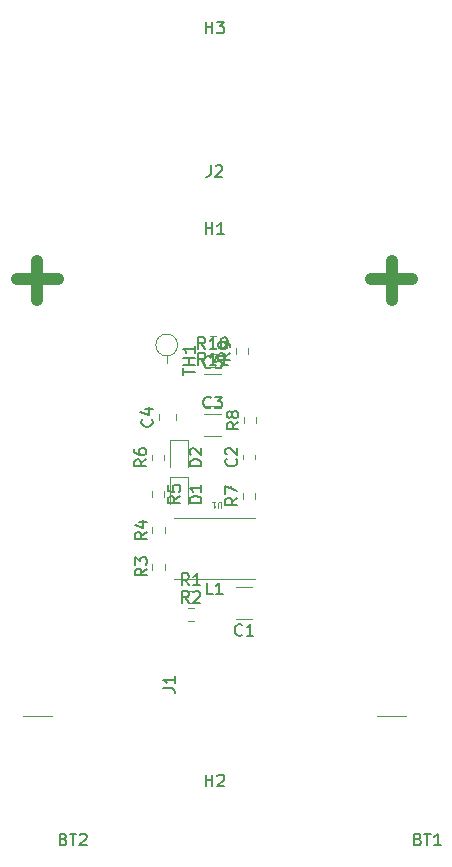
<source format=gbr>
%TF.GenerationSoftware,KiCad,Pcbnew,(5.99.0-10712-g3100cd3599)*%
%TF.CreationDate,2021-06-04T21:59:02-04:00*%
%TF.ProjectId,VX8Battery,56583842-6174-4746-9572-792e6b696361,rev?*%
%TF.SameCoordinates,Original*%
%TF.FileFunction,Legend,Top*%
%TF.FilePolarity,Positive*%
%FSLAX46Y46*%
G04 Gerber Fmt 4.6, Leading zero omitted, Abs format (unit mm)*
G04 Created by KiCad (PCBNEW (5.99.0-10712-g3100cd3599)) date 2021-06-04 21:59:02*
%MOMM*%
%LPD*%
G01*
G04 APERTURE LIST*
%ADD10C,0.150000*%
%ADD11C,0.125000*%
%ADD12C,1.000000*%
%ADD13C,0.120000*%
G04 APERTURE END LIST*
D10*
%TO.C,BT2*%
X62214285Y-131028571D02*
X62357142Y-131076190D01*
X62404761Y-131123809D01*
X62452380Y-131219047D01*
X62452380Y-131361904D01*
X62404761Y-131457142D01*
X62357142Y-131504761D01*
X62261904Y-131552380D01*
X61880952Y-131552380D01*
X61880952Y-130552380D01*
X62214285Y-130552380D01*
X62309523Y-130600000D01*
X62357142Y-130647619D01*
X62404761Y-130742857D01*
X62404761Y-130838095D01*
X62357142Y-130933333D01*
X62309523Y-130980952D01*
X62214285Y-131028571D01*
X61880952Y-131028571D01*
X62738095Y-130552380D02*
X63309523Y-130552380D01*
X63023809Y-131552380D02*
X63023809Y-130552380D01*
X63595238Y-130647619D02*
X63642857Y-130600000D01*
X63738095Y-130552380D01*
X63976190Y-130552380D01*
X64071428Y-130600000D01*
X64119047Y-130647619D01*
X64166666Y-130742857D01*
X64166666Y-130838095D01*
X64119047Y-130980952D01*
X63547619Y-131552380D01*
X64166666Y-131552380D01*
%TO.C,BT1*%
X92214285Y-131028571D02*
X92357142Y-131076190D01*
X92404761Y-131123809D01*
X92452380Y-131219047D01*
X92452380Y-131361904D01*
X92404761Y-131457142D01*
X92357142Y-131504761D01*
X92261904Y-131552380D01*
X91880952Y-131552380D01*
X91880952Y-130552380D01*
X92214285Y-130552380D01*
X92309523Y-130600000D01*
X92357142Y-130647619D01*
X92404761Y-130742857D01*
X92404761Y-130838095D01*
X92357142Y-130933333D01*
X92309523Y-130980952D01*
X92214285Y-131028571D01*
X91880952Y-131028571D01*
X92738095Y-130552380D02*
X93309523Y-130552380D01*
X93023809Y-131552380D02*
X93023809Y-130552380D01*
X94166666Y-131552380D02*
X93595238Y-131552380D01*
X93880952Y-131552380D02*
X93880952Y-130552380D01*
X93785714Y-130695238D01*
X93690476Y-130790476D01*
X93595238Y-130838095D01*
%TO.C,TH1*%
X72322380Y-91735714D02*
X72322380Y-91164285D01*
X73322380Y-91450000D02*
X72322380Y-91450000D01*
X73322380Y-90830952D02*
X72322380Y-90830952D01*
X72798571Y-90830952D02*
X72798571Y-90259523D01*
X73322380Y-90259523D02*
X72322380Y-90259523D01*
X73322380Y-89259523D02*
X73322380Y-89830952D01*
X73322380Y-89545238D02*
X72322380Y-89545238D01*
X72465238Y-89640476D01*
X72560476Y-89735714D01*
X72608095Y-89830952D01*
%TO.C,R1*%
X72833333Y-109522380D02*
X72500000Y-109046190D01*
X72261904Y-109522380D02*
X72261904Y-108522380D01*
X72642857Y-108522380D01*
X72738095Y-108570000D01*
X72785714Y-108617619D01*
X72833333Y-108712857D01*
X72833333Y-108855714D01*
X72785714Y-108950952D01*
X72738095Y-108998571D01*
X72642857Y-109046190D01*
X72261904Y-109046190D01*
X73785714Y-109522380D02*
X73214285Y-109522380D01*
X73500000Y-109522380D02*
X73500000Y-108522380D01*
X73404761Y-108665238D01*
X73309523Y-108760476D01*
X73214285Y-108808095D01*
%TO.C,R9*%
X76322380Y-89866666D02*
X75846190Y-90200000D01*
X76322380Y-90438095D02*
X75322380Y-90438095D01*
X75322380Y-90057142D01*
X75370000Y-89961904D01*
X75417619Y-89914285D01*
X75512857Y-89866666D01*
X75655714Y-89866666D01*
X75750952Y-89914285D01*
X75798571Y-89961904D01*
X75846190Y-90057142D01*
X75846190Y-90438095D01*
X76322380Y-89390476D02*
X76322380Y-89200000D01*
X76274761Y-89104761D01*
X76227142Y-89057142D01*
X76084285Y-88961904D01*
X75893809Y-88914285D01*
X75512857Y-88914285D01*
X75417619Y-88961904D01*
X75370000Y-89009523D01*
X75322380Y-89104761D01*
X75322380Y-89295238D01*
X75370000Y-89390476D01*
X75417619Y-89438095D01*
X75512857Y-89485714D01*
X75750952Y-89485714D01*
X75846190Y-89438095D01*
X75893809Y-89390476D01*
X75941428Y-89295238D01*
X75941428Y-89104761D01*
X75893809Y-89009523D01*
X75846190Y-88961904D01*
X75750952Y-88914285D01*
D11*
%TO.C,U1*%
X75580952Y-102973809D02*
X75580952Y-102569047D01*
X75557142Y-102521428D01*
X75533333Y-102497619D01*
X75485714Y-102473809D01*
X75390476Y-102473809D01*
X75342857Y-102497619D01*
X75319047Y-102521428D01*
X75295238Y-102569047D01*
X75295238Y-102973809D01*
X74795238Y-102473809D02*
X75080952Y-102473809D01*
X74938095Y-102473809D02*
X74938095Y-102973809D01*
X74985714Y-102902380D01*
X75033333Y-102854761D01*
X75080952Y-102830952D01*
D10*
%TO.C,R10*%
X74207142Y-89522380D02*
X73873809Y-89046190D01*
X73635714Y-89522380D02*
X73635714Y-88522380D01*
X74016666Y-88522380D01*
X74111904Y-88570000D01*
X74159523Y-88617619D01*
X74207142Y-88712857D01*
X74207142Y-88855714D01*
X74159523Y-88950952D01*
X74111904Y-88998571D01*
X74016666Y-89046190D01*
X73635714Y-89046190D01*
X75159523Y-89522380D02*
X74588095Y-89522380D01*
X74873809Y-89522380D02*
X74873809Y-88522380D01*
X74778571Y-88665238D01*
X74683333Y-88760476D01*
X74588095Y-88808095D01*
X75778571Y-88522380D02*
X75873809Y-88522380D01*
X75969047Y-88570000D01*
X76016666Y-88617619D01*
X76064285Y-88712857D01*
X76111904Y-88903333D01*
X76111904Y-89141428D01*
X76064285Y-89331904D01*
X76016666Y-89427142D01*
X75969047Y-89474761D01*
X75873809Y-89522380D01*
X75778571Y-89522380D01*
X75683333Y-89474761D01*
X75635714Y-89427142D01*
X75588095Y-89331904D01*
X75540476Y-89141428D01*
X75540476Y-88903333D01*
X75588095Y-88712857D01*
X75635714Y-88617619D01*
X75683333Y-88570000D01*
X75778571Y-88522380D01*
%TO.C,H1*%
X74238095Y-79802380D02*
X74238095Y-78802380D01*
X74238095Y-79278571D02*
X74809523Y-79278571D01*
X74809523Y-79802380D02*
X74809523Y-78802380D01*
X75809523Y-79802380D02*
X75238095Y-79802380D01*
X75523809Y-79802380D02*
X75523809Y-78802380D01*
X75428571Y-78945238D01*
X75333333Y-79040476D01*
X75238095Y-79088095D01*
%TO.C,J1*%
X70652380Y-118233333D02*
X71366666Y-118233333D01*
X71509523Y-118280952D01*
X71604761Y-118376190D01*
X71652380Y-118519047D01*
X71652380Y-118614285D01*
X71652380Y-117233333D02*
X71652380Y-117804761D01*
X71652380Y-117519047D02*
X70652380Y-117519047D01*
X70795238Y-117614285D01*
X70890476Y-117709523D01*
X70938095Y-117804761D01*
%TO.C,R8*%
X77022380Y-95716666D02*
X76546190Y-96050000D01*
X77022380Y-96288095D02*
X76022380Y-96288095D01*
X76022380Y-95907142D01*
X76070000Y-95811904D01*
X76117619Y-95764285D01*
X76212857Y-95716666D01*
X76355714Y-95716666D01*
X76450952Y-95764285D01*
X76498571Y-95811904D01*
X76546190Y-95907142D01*
X76546190Y-96288095D01*
X76450952Y-95145238D02*
X76403333Y-95240476D01*
X76355714Y-95288095D01*
X76260476Y-95335714D01*
X76212857Y-95335714D01*
X76117619Y-95288095D01*
X76070000Y-95240476D01*
X76022380Y-95145238D01*
X76022380Y-94954761D01*
X76070000Y-94859523D01*
X76117619Y-94811904D01*
X76212857Y-94764285D01*
X76260476Y-94764285D01*
X76355714Y-94811904D01*
X76403333Y-94859523D01*
X76450952Y-94954761D01*
X76450952Y-95145238D01*
X76498571Y-95240476D01*
X76546190Y-95288095D01*
X76641428Y-95335714D01*
X76831904Y-95335714D01*
X76927142Y-95288095D01*
X76974761Y-95240476D01*
X77022380Y-95145238D01*
X77022380Y-94954761D01*
X76974761Y-94859523D01*
X76927142Y-94811904D01*
X76831904Y-94764285D01*
X76641428Y-94764285D01*
X76546190Y-94811904D01*
X76498571Y-94859523D01*
X76450952Y-94954761D01*
%TO.C,H3*%
X74238095Y-62802380D02*
X74238095Y-61802380D01*
X74238095Y-62278571D02*
X74809523Y-62278571D01*
X74809523Y-62802380D02*
X74809523Y-61802380D01*
X75190476Y-61802380D02*
X75809523Y-61802380D01*
X75476190Y-62183333D01*
X75619047Y-62183333D01*
X75714285Y-62230952D01*
X75761904Y-62278571D01*
X75809523Y-62373809D01*
X75809523Y-62611904D01*
X75761904Y-62707142D01*
X75714285Y-62754761D01*
X75619047Y-62802380D01*
X75333333Y-62802380D01*
X75238095Y-62754761D01*
X75190476Y-62707142D01*
%TO.C,J2*%
X74666666Y-73952380D02*
X74666666Y-74666666D01*
X74619047Y-74809523D01*
X74523809Y-74904761D01*
X74380952Y-74952380D01*
X74285714Y-74952380D01*
X75095238Y-74047619D02*
X75142857Y-74000000D01*
X75238095Y-73952380D01*
X75476190Y-73952380D01*
X75571428Y-74000000D01*
X75619047Y-74047619D01*
X75666666Y-74142857D01*
X75666666Y-74238095D01*
X75619047Y-74380952D01*
X75047619Y-74952380D01*
X75666666Y-74952380D01*
%TO.C,C5*%
X74683333Y-91057142D02*
X74635714Y-91104761D01*
X74492857Y-91152380D01*
X74397619Y-91152380D01*
X74254761Y-91104761D01*
X74159523Y-91009523D01*
X74111904Y-90914285D01*
X74064285Y-90723809D01*
X74064285Y-90580952D01*
X74111904Y-90390476D01*
X74159523Y-90295238D01*
X74254761Y-90200000D01*
X74397619Y-90152380D01*
X74492857Y-90152380D01*
X74635714Y-90200000D01*
X74683333Y-90247619D01*
X75588095Y-90152380D02*
X75111904Y-90152380D01*
X75064285Y-90628571D01*
X75111904Y-90580952D01*
X75207142Y-90533333D01*
X75445238Y-90533333D01*
X75540476Y-90580952D01*
X75588095Y-90628571D01*
X75635714Y-90723809D01*
X75635714Y-90961904D01*
X75588095Y-91057142D01*
X75540476Y-91104761D01*
X75445238Y-91152380D01*
X75207142Y-91152380D01*
X75111904Y-91104761D01*
X75064285Y-91057142D01*
%TO.C,R11*%
X74207142Y-90832380D02*
X73873809Y-90356190D01*
X73635714Y-90832380D02*
X73635714Y-89832380D01*
X74016666Y-89832380D01*
X74111904Y-89880000D01*
X74159523Y-89927619D01*
X74207142Y-90022857D01*
X74207142Y-90165714D01*
X74159523Y-90260952D01*
X74111904Y-90308571D01*
X74016666Y-90356190D01*
X73635714Y-90356190D01*
X75159523Y-90832380D02*
X74588095Y-90832380D01*
X74873809Y-90832380D02*
X74873809Y-89832380D01*
X74778571Y-89975238D01*
X74683333Y-90070476D01*
X74588095Y-90118095D01*
X76111904Y-90832380D02*
X75540476Y-90832380D01*
X75826190Y-90832380D02*
X75826190Y-89832380D01*
X75730952Y-89975238D01*
X75635714Y-90070476D01*
X75540476Y-90118095D01*
%TO.C,C2*%
X76827142Y-98816666D02*
X76874761Y-98864285D01*
X76922380Y-99007142D01*
X76922380Y-99102380D01*
X76874761Y-99245238D01*
X76779523Y-99340476D01*
X76684285Y-99388095D01*
X76493809Y-99435714D01*
X76350952Y-99435714D01*
X76160476Y-99388095D01*
X76065238Y-99340476D01*
X75970000Y-99245238D01*
X75922380Y-99102380D01*
X75922380Y-99007142D01*
X75970000Y-98864285D01*
X76017619Y-98816666D01*
X76017619Y-98435714D02*
X75970000Y-98388095D01*
X75922380Y-98292857D01*
X75922380Y-98054761D01*
X75970000Y-97959523D01*
X76017619Y-97911904D01*
X76112857Y-97864285D01*
X76208095Y-97864285D01*
X76350952Y-97911904D01*
X76922380Y-98483333D01*
X76922380Y-97864285D01*
%TO.C,R5*%
X72082380Y-101966666D02*
X71606190Y-102300000D01*
X72082380Y-102538095D02*
X71082380Y-102538095D01*
X71082380Y-102157142D01*
X71130000Y-102061904D01*
X71177619Y-102014285D01*
X71272857Y-101966666D01*
X71415714Y-101966666D01*
X71510952Y-102014285D01*
X71558571Y-102061904D01*
X71606190Y-102157142D01*
X71606190Y-102538095D01*
X71082380Y-101061904D02*
X71082380Y-101538095D01*
X71558571Y-101585714D01*
X71510952Y-101538095D01*
X71463333Y-101442857D01*
X71463333Y-101204761D01*
X71510952Y-101109523D01*
X71558571Y-101061904D01*
X71653809Y-101014285D01*
X71891904Y-101014285D01*
X71987142Y-101061904D01*
X72034761Y-101109523D01*
X72082380Y-101204761D01*
X72082380Y-101442857D01*
X72034761Y-101538095D01*
X71987142Y-101585714D01*
%TO.C,C4*%
X69677142Y-95466666D02*
X69724761Y-95514285D01*
X69772380Y-95657142D01*
X69772380Y-95752380D01*
X69724761Y-95895238D01*
X69629523Y-95990476D01*
X69534285Y-96038095D01*
X69343809Y-96085714D01*
X69200952Y-96085714D01*
X69010476Y-96038095D01*
X68915238Y-95990476D01*
X68820000Y-95895238D01*
X68772380Y-95752380D01*
X68772380Y-95657142D01*
X68820000Y-95514285D01*
X68867619Y-95466666D01*
X69105714Y-94609523D02*
X69772380Y-94609523D01*
X68724761Y-94847619D02*
X69439047Y-95085714D01*
X69439047Y-94466666D01*
%TO.C,R3*%
X69272380Y-108116666D02*
X68796190Y-108450000D01*
X69272380Y-108688095D02*
X68272380Y-108688095D01*
X68272380Y-108307142D01*
X68320000Y-108211904D01*
X68367619Y-108164285D01*
X68462857Y-108116666D01*
X68605714Y-108116666D01*
X68700952Y-108164285D01*
X68748571Y-108211904D01*
X68796190Y-108307142D01*
X68796190Y-108688095D01*
X68272380Y-107783333D02*
X68272380Y-107164285D01*
X68653333Y-107497619D01*
X68653333Y-107354761D01*
X68700952Y-107259523D01*
X68748571Y-107211904D01*
X68843809Y-107164285D01*
X69081904Y-107164285D01*
X69177142Y-107211904D01*
X69224761Y-107259523D01*
X69272380Y-107354761D01*
X69272380Y-107640476D01*
X69224761Y-107735714D01*
X69177142Y-107783333D01*
%TO.C,R6*%
X69222380Y-98866666D02*
X68746190Y-99200000D01*
X69222380Y-99438095D02*
X68222380Y-99438095D01*
X68222380Y-99057142D01*
X68270000Y-98961904D01*
X68317619Y-98914285D01*
X68412857Y-98866666D01*
X68555714Y-98866666D01*
X68650952Y-98914285D01*
X68698571Y-98961904D01*
X68746190Y-99057142D01*
X68746190Y-99438095D01*
X68222380Y-98009523D02*
X68222380Y-98200000D01*
X68270000Y-98295238D01*
X68317619Y-98342857D01*
X68460476Y-98438095D01*
X68650952Y-98485714D01*
X69031904Y-98485714D01*
X69127142Y-98438095D01*
X69174761Y-98390476D01*
X69222380Y-98295238D01*
X69222380Y-98104761D01*
X69174761Y-98009523D01*
X69127142Y-97961904D01*
X69031904Y-97914285D01*
X68793809Y-97914285D01*
X68698571Y-97961904D01*
X68650952Y-98009523D01*
X68603333Y-98104761D01*
X68603333Y-98295238D01*
X68650952Y-98390476D01*
X68698571Y-98438095D01*
X68793809Y-98485714D01*
%TO.C,R2*%
X72833333Y-111022380D02*
X72500000Y-110546190D01*
X72261904Y-111022380D02*
X72261904Y-110022380D01*
X72642857Y-110022380D01*
X72738095Y-110070000D01*
X72785714Y-110117619D01*
X72833333Y-110212857D01*
X72833333Y-110355714D01*
X72785714Y-110450952D01*
X72738095Y-110498571D01*
X72642857Y-110546190D01*
X72261904Y-110546190D01*
X73214285Y-110117619D02*
X73261904Y-110070000D01*
X73357142Y-110022380D01*
X73595238Y-110022380D01*
X73690476Y-110070000D01*
X73738095Y-110117619D01*
X73785714Y-110212857D01*
X73785714Y-110308095D01*
X73738095Y-110450952D01*
X73166666Y-111022380D01*
X73785714Y-111022380D01*
%TO.C,D2*%
X73882380Y-99438095D02*
X72882380Y-99438095D01*
X72882380Y-99200000D01*
X72930000Y-99057142D01*
X73025238Y-98961904D01*
X73120476Y-98914285D01*
X73310952Y-98866666D01*
X73453809Y-98866666D01*
X73644285Y-98914285D01*
X73739523Y-98961904D01*
X73834761Y-99057142D01*
X73882380Y-99200000D01*
X73882380Y-99438095D01*
X72977619Y-98485714D02*
X72930000Y-98438095D01*
X72882380Y-98342857D01*
X72882380Y-98104761D01*
X72930000Y-98009523D01*
X72977619Y-97961904D01*
X73072857Y-97914285D01*
X73168095Y-97914285D01*
X73310952Y-97961904D01*
X73882380Y-98533333D01*
X73882380Y-97914285D01*
%TO.C,D1*%
X73882380Y-102538095D02*
X72882380Y-102538095D01*
X72882380Y-102300000D01*
X72930000Y-102157142D01*
X73025238Y-102061904D01*
X73120476Y-102014285D01*
X73310952Y-101966666D01*
X73453809Y-101966666D01*
X73644285Y-102014285D01*
X73739523Y-102061904D01*
X73834761Y-102157142D01*
X73882380Y-102300000D01*
X73882380Y-102538095D01*
X73882380Y-101014285D02*
X73882380Y-101585714D01*
X73882380Y-101300000D02*
X72882380Y-101300000D01*
X73025238Y-101395238D01*
X73120476Y-101490476D01*
X73168095Y-101585714D01*
%TO.C,C1*%
X77333333Y-113707142D02*
X77285714Y-113754761D01*
X77142857Y-113802380D01*
X77047619Y-113802380D01*
X76904761Y-113754761D01*
X76809523Y-113659523D01*
X76761904Y-113564285D01*
X76714285Y-113373809D01*
X76714285Y-113230952D01*
X76761904Y-113040476D01*
X76809523Y-112945238D01*
X76904761Y-112850000D01*
X77047619Y-112802380D01*
X77142857Y-112802380D01*
X77285714Y-112850000D01*
X77333333Y-112897619D01*
X78285714Y-113802380D02*
X77714285Y-113802380D01*
X78000000Y-113802380D02*
X78000000Y-112802380D01*
X77904761Y-112945238D01*
X77809523Y-113040476D01*
X77714285Y-113088095D01*
%TO.C,R7*%
X76922380Y-102116666D02*
X76446190Y-102450000D01*
X76922380Y-102688095D02*
X75922380Y-102688095D01*
X75922380Y-102307142D01*
X75970000Y-102211904D01*
X76017619Y-102164285D01*
X76112857Y-102116666D01*
X76255714Y-102116666D01*
X76350952Y-102164285D01*
X76398571Y-102211904D01*
X76446190Y-102307142D01*
X76446190Y-102688095D01*
X75922380Y-101783333D02*
X75922380Y-101116666D01*
X76922380Y-101545238D01*
%TO.C,H2*%
X74238095Y-126552380D02*
X74238095Y-125552380D01*
X74238095Y-126028571D02*
X74809523Y-126028571D01*
X74809523Y-126552380D02*
X74809523Y-125552380D01*
X75238095Y-125647619D02*
X75285714Y-125600000D01*
X75380952Y-125552380D01*
X75619047Y-125552380D01*
X75714285Y-125600000D01*
X75761904Y-125647619D01*
X75809523Y-125742857D01*
X75809523Y-125838095D01*
X75761904Y-125980952D01*
X75190476Y-126552380D01*
X75809523Y-126552380D01*
%TO.C,L1*%
X74833333Y-110302380D02*
X74357142Y-110302380D01*
X74357142Y-109302380D01*
X75690476Y-110302380D02*
X75119047Y-110302380D01*
X75404761Y-110302380D02*
X75404761Y-109302380D01*
X75309523Y-109445238D01*
X75214285Y-109540476D01*
X75119047Y-109588095D01*
%TO.C,R4*%
X69272380Y-105016666D02*
X68796190Y-105350000D01*
X69272380Y-105588095D02*
X68272380Y-105588095D01*
X68272380Y-105207142D01*
X68320000Y-105111904D01*
X68367619Y-105064285D01*
X68462857Y-105016666D01*
X68605714Y-105016666D01*
X68700952Y-105064285D01*
X68748571Y-105111904D01*
X68796190Y-105207142D01*
X68796190Y-105588095D01*
X68605714Y-104159523D02*
X69272380Y-104159523D01*
X68224761Y-104397619D02*
X68939047Y-104635714D01*
X68939047Y-104016666D01*
%TO.C,C3*%
X74683333Y-94457142D02*
X74635714Y-94504761D01*
X74492857Y-94552380D01*
X74397619Y-94552380D01*
X74254761Y-94504761D01*
X74159523Y-94409523D01*
X74111904Y-94314285D01*
X74064285Y-94123809D01*
X74064285Y-93980952D01*
X74111904Y-93790476D01*
X74159523Y-93695238D01*
X74254761Y-93600000D01*
X74397619Y-93552380D01*
X74492857Y-93552380D01*
X74635714Y-93600000D01*
X74683333Y-93647619D01*
X75016666Y-93552380D02*
X75635714Y-93552380D01*
X75302380Y-93933333D01*
X75445238Y-93933333D01*
X75540476Y-93980952D01*
X75588095Y-94028571D01*
X75635714Y-94123809D01*
X75635714Y-94361904D01*
X75588095Y-94457142D01*
X75540476Y-94504761D01*
X75445238Y-94552380D01*
X75159523Y-94552380D01*
X75064285Y-94504761D01*
X75016666Y-94457142D01*
D12*
%TO.C,BT2*%
X60000000Y-82100000D02*
X60000000Y-85350000D01*
X58250000Y-83600000D02*
X61750000Y-83600000D01*
D13*
X58750000Y-120600000D02*
X61250000Y-120600000D01*
D12*
%TO.C,BT1*%
X90000000Y-82100000D02*
X90000000Y-85350000D01*
X88250000Y-83600000D02*
X91750000Y-83600000D01*
D13*
X88750000Y-120600000D02*
X91250000Y-120600000D01*
%TO.C,TH1*%
X71870000Y-89180000D02*
G75*
G03*
X71870000Y-89180000I-920000J0D01*
G01*
X70950000Y-90100000D02*
X70950000Y-90720000D01*
%TO.C,R1*%
X72762742Y-109977500D02*
X73237258Y-109977500D01*
X72762742Y-111022500D02*
X73237258Y-111022500D01*
%TO.C,R9*%
X76777500Y-89937258D02*
X76777500Y-89462742D01*
X77822500Y-89937258D02*
X77822500Y-89462742D01*
%TO.C,U1*%
X76500000Y-101200000D02*
G75*
G03*
X76500000Y-101200000I-100000J0D01*
G01*
%TO.C,R10*%
X74612742Y-89977500D02*
X75087258Y-89977500D01*
X74612742Y-91022500D02*
X75087258Y-91022500D01*
%TO.C,R8*%
X77477500Y-95787258D02*
X77477500Y-95312742D01*
X78522500Y-95787258D02*
X78522500Y-95312742D01*
%TO.C,C5*%
X74138748Y-91640000D02*
X75561252Y-91640000D01*
X74138748Y-94360000D02*
X75561252Y-94360000D01*
%TO.C,R11*%
X75087258Y-89472500D02*
X74612742Y-89472500D01*
X75087258Y-88427500D02*
X74612742Y-88427500D01*
%TO.C,C2*%
X77390000Y-98790580D02*
X77390000Y-98509420D01*
X78410000Y-98790580D02*
X78410000Y-98509420D01*
%TO.C,R5*%
X70722500Y-101562742D02*
X70722500Y-102037258D01*
X69677500Y-101562742D02*
X69677500Y-102037258D01*
%TO.C,C4*%
X70265000Y-95561252D02*
X70265000Y-95038748D01*
X71735000Y-95561252D02*
X71735000Y-95038748D01*
%TO.C,R3*%
X69727500Y-108187258D02*
X69727500Y-107712742D01*
X70772500Y-108187258D02*
X70772500Y-107712742D01*
%TO.C,R6*%
X69677500Y-98937258D02*
X69677500Y-98462742D01*
X70722500Y-98937258D02*
X70722500Y-98462742D01*
%TO.C,R2*%
X72762742Y-111477500D02*
X73237258Y-111477500D01*
X72762742Y-112522500D02*
X73237258Y-112522500D01*
%TO.C,D2*%
X72735000Y-99500000D02*
X72735000Y-97215000D01*
X72735000Y-97215000D02*
X71265000Y-97215000D01*
X71265000Y-97215000D02*
X71265000Y-99500000D01*
%TO.C,D1*%
X72735000Y-102600000D02*
X72735000Y-100315000D01*
X72735000Y-100315000D02*
X71265000Y-100315000D01*
X71265000Y-100315000D02*
X71265000Y-102600000D01*
%TO.C,C1*%
X78211252Y-112410000D02*
X76788748Y-112410000D01*
X78211252Y-109690000D02*
X76788748Y-109690000D01*
%TO.C,R7*%
X77377500Y-102187258D02*
X77377500Y-101712742D01*
X78422500Y-102187258D02*
X78422500Y-101712742D01*
%TO.C,L1*%
X78450000Y-108950000D02*
X71550000Y-108950000D01*
X78450000Y-103850000D02*
X71550000Y-103850000D01*
%TO.C,R4*%
X69727500Y-105087258D02*
X69727500Y-104612742D01*
X70772500Y-105087258D02*
X70772500Y-104612742D01*
%TO.C,C3*%
X74138748Y-95040000D02*
X75561252Y-95040000D01*
X74138748Y-96860000D02*
X75561252Y-96860000D01*
%TD*%
M02*

</source>
